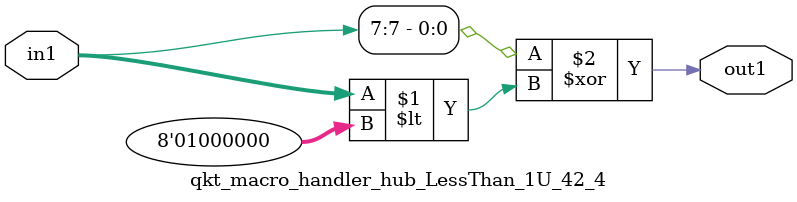
<source format=v>

`timescale 1ps / 1ps


module qkt_macro_handler_hub_LessThan_1U_42_4( in1, out1 );

    input [7:0] in1;
    output out1;

    
    // rtl_process:qkt_macro_handler_hub_LessThan_1U_42_4/qkt_macro_handler_hub_LessThan_1U_42_4_thread_1
    assign out1 = (in1[7] ^ in1 < 8'd064);

endmodule



</source>
